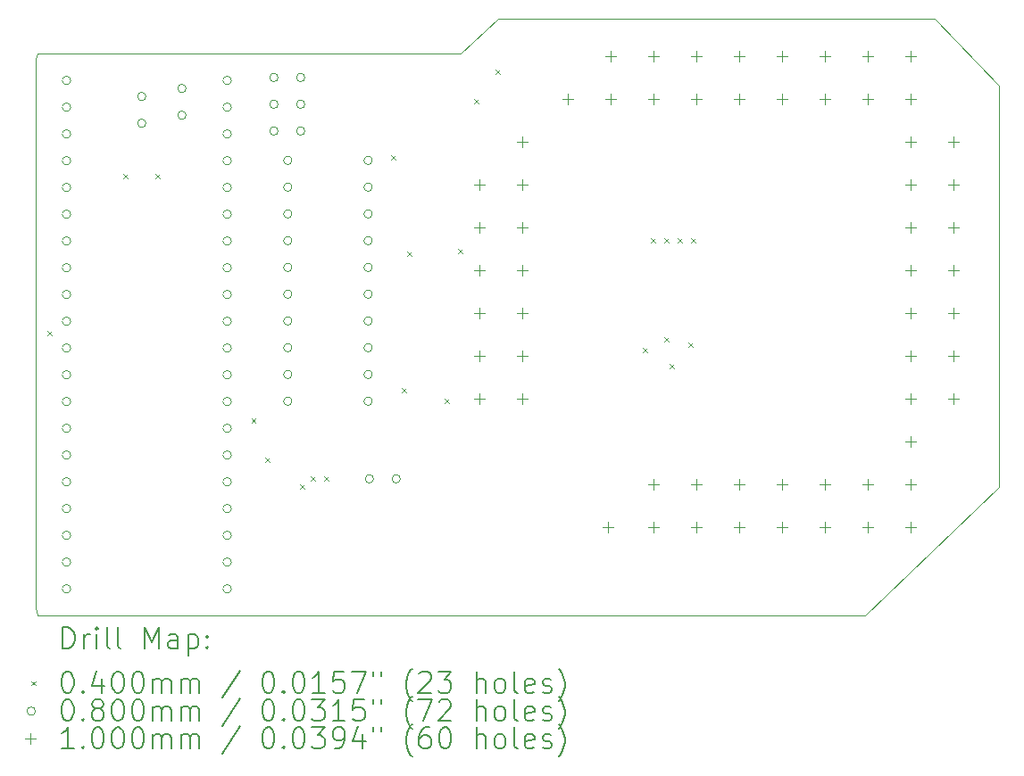
<source format=gbr>
%FSLAX45Y45*%
G04 Gerber Fmt 4.5, Leading zero omitted, Abs format (unit mm)*
G04 Created by KiCad (PCBNEW (6.0.0)) date 2023-01-29 20:42:13*
%MOMM*%
%LPD*%
G01*
G04 APERTURE LIST*
%TA.AperFunction,Profile*%
%ADD10C,0.100000*%
%TD*%
%ADD11C,0.200000*%
%ADD12C,0.040000*%
%ADD13C,0.080000*%
%ADD14C,0.100000*%
G04 APERTURE END LIST*
D10*
X11734800Y-9931400D02*
X11722100Y-9855200D01*
X12014200Y-9931400D02*
X11734800Y-9931400D01*
X11722100Y-4648200D02*
X11722100Y-8140700D01*
X13309600Y-4597400D02*
X11963400Y-4597400D01*
X20853400Y-4902200D02*
X20853400Y-8712200D01*
X11734800Y-4597400D02*
X11722100Y-4648200D01*
X20243800Y-4267200D02*
X20853400Y-4902200D01*
X11963400Y-4597400D02*
X11734800Y-4597400D01*
X20853400Y-8712200D02*
X19583400Y-9931400D01*
X18846800Y-4267200D02*
X16103600Y-4267200D01*
X15748000Y-4597400D02*
X13309600Y-4597400D01*
X19583400Y-9931400D02*
X12014200Y-9931400D01*
X18846800Y-4267200D02*
X20243800Y-4267200D01*
X11722100Y-8140700D02*
X11722100Y-9855200D01*
X16103600Y-4267200D02*
X15748000Y-4597400D01*
D11*
D12*
X11829199Y-7231601D02*
X11869199Y-7271601D01*
X11869199Y-7231601D02*
X11829199Y-7271601D01*
X12553000Y-5745800D02*
X12593000Y-5785800D01*
X12593000Y-5745800D02*
X12553000Y-5785800D01*
X12857800Y-5745800D02*
X12897800Y-5785800D01*
X12897800Y-5745800D02*
X12857800Y-5785800D01*
X13765886Y-8063514D02*
X13805886Y-8103514D01*
X13805886Y-8063514D02*
X13765886Y-8103514D01*
X13899200Y-8438200D02*
X13939200Y-8478200D01*
X13939200Y-8438200D02*
X13899200Y-8478200D01*
X14229400Y-8692200D02*
X14269400Y-8732200D01*
X14269400Y-8692200D02*
X14229400Y-8732200D01*
X14331000Y-8616000D02*
X14371000Y-8656000D01*
X14371000Y-8616000D02*
X14331000Y-8656000D01*
X14458000Y-8616000D02*
X14498000Y-8656000D01*
X14498000Y-8616000D02*
X14458000Y-8656000D01*
X15093000Y-5568000D02*
X15133000Y-5608000D01*
X15133000Y-5568000D02*
X15093000Y-5608000D01*
X15194600Y-7777800D02*
X15234600Y-7817800D01*
X15234600Y-7777800D02*
X15194600Y-7817800D01*
X15245400Y-6482400D02*
X15285400Y-6522400D01*
X15285400Y-6482400D02*
X15245400Y-6522400D01*
X15601000Y-7879400D02*
X15641000Y-7919400D01*
X15641000Y-7879400D02*
X15601000Y-7919400D01*
X15728000Y-6457000D02*
X15768000Y-6497000D01*
X15768000Y-6457000D02*
X15728000Y-6497000D01*
X15880400Y-5034600D02*
X15920400Y-5074600D01*
X15920400Y-5034600D02*
X15880400Y-5074600D01*
X16083600Y-4755200D02*
X16123600Y-4795200D01*
X16123600Y-4755200D02*
X16083600Y-4795200D01*
X17480600Y-7396800D02*
X17520600Y-7436800D01*
X17520600Y-7396800D02*
X17480600Y-7436800D01*
X17556800Y-6355400D02*
X17596800Y-6395400D01*
X17596800Y-6355400D02*
X17556800Y-6395400D01*
X17683800Y-6355400D02*
X17723800Y-6395400D01*
X17723800Y-6355400D02*
X17683800Y-6395400D01*
X17683800Y-7295200D02*
X17723800Y-7335200D01*
X17723800Y-7295200D02*
X17683800Y-7335200D01*
X17734600Y-7549200D02*
X17774600Y-7589200D01*
X17774600Y-7549200D02*
X17734600Y-7589200D01*
X17810800Y-6355400D02*
X17850800Y-6395400D01*
X17850800Y-6355400D02*
X17810800Y-6395400D01*
X17912400Y-7346000D02*
X17952400Y-7386000D01*
X17952400Y-7346000D02*
X17912400Y-7386000D01*
X17937800Y-6355400D02*
X17977800Y-6395400D01*
X17977800Y-6355400D02*
X17937800Y-6395400D01*
D13*
X12051600Y-4853150D02*
G75*
G03*
X12051600Y-4853150I-40000J0D01*
G01*
X12051600Y-5107150D02*
G75*
G03*
X12051600Y-5107150I-40000J0D01*
G01*
X12051600Y-5361150D02*
G75*
G03*
X12051600Y-5361150I-40000J0D01*
G01*
X12051600Y-5615150D02*
G75*
G03*
X12051600Y-5615150I-40000J0D01*
G01*
X12051600Y-5869150D02*
G75*
G03*
X12051600Y-5869150I-40000J0D01*
G01*
X12051600Y-6123150D02*
G75*
G03*
X12051600Y-6123150I-40000J0D01*
G01*
X12051600Y-6377150D02*
G75*
G03*
X12051600Y-6377150I-40000J0D01*
G01*
X12051600Y-6631150D02*
G75*
G03*
X12051600Y-6631150I-40000J0D01*
G01*
X12051600Y-6885150D02*
G75*
G03*
X12051600Y-6885150I-40000J0D01*
G01*
X12051600Y-7139150D02*
G75*
G03*
X12051600Y-7139150I-40000J0D01*
G01*
X12051600Y-7393150D02*
G75*
G03*
X12051600Y-7393150I-40000J0D01*
G01*
X12051600Y-7647150D02*
G75*
G03*
X12051600Y-7647150I-40000J0D01*
G01*
X12051600Y-7901150D02*
G75*
G03*
X12051600Y-7901150I-40000J0D01*
G01*
X12051600Y-8155150D02*
G75*
G03*
X12051600Y-8155150I-40000J0D01*
G01*
X12051600Y-8409150D02*
G75*
G03*
X12051600Y-8409150I-40000J0D01*
G01*
X12051600Y-8663150D02*
G75*
G03*
X12051600Y-8663150I-40000J0D01*
G01*
X12051600Y-8917150D02*
G75*
G03*
X12051600Y-8917150I-40000J0D01*
G01*
X12051600Y-9171150D02*
G75*
G03*
X12051600Y-9171150I-40000J0D01*
G01*
X12051600Y-9425150D02*
G75*
G03*
X12051600Y-9425150I-40000J0D01*
G01*
X12051600Y-9679150D02*
G75*
G03*
X12051600Y-9679150I-40000J0D01*
G01*
X12765400Y-5006700D02*
G75*
G03*
X12765400Y-5006700I-40000J0D01*
G01*
X12765400Y-5260700D02*
G75*
G03*
X12765400Y-5260700I-40000J0D01*
G01*
X13146400Y-4930500D02*
G75*
G03*
X13146400Y-4930500I-40000J0D01*
G01*
X13146400Y-5184500D02*
G75*
G03*
X13146400Y-5184500I-40000J0D01*
G01*
X13575600Y-4853150D02*
G75*
G03*
X13575600Y-4853150I-40000J0D01*
G01*
X13575600Y-5107150D02*
G75*
G03*
X13575600Y-5107150I-40000J0D01*
G01*
X13575600Y-5361150D02*
G75*
G03*
X13575600Y-5361150I-40000J0D01*
G01*
X13575600Y-5615150D02*
G75*
G03*
X13575600Y-5615150I-40000J0D01*
G01*
X13575600Y-5869150D02*
G75*
G03*
X13575600Y-5869150I-40000J0D01*
G01*
X13575600Y-6123150D02*
G75*
G03*
X13575600Y-6123150I-40000J0D01*
G01*
X13575600Y-6377150D02*
G75*
G03*
X13575600Y-6377150I-40000J0D01*
G01*
X13575600Y-6631150D02*
G75*
G03*
X13575600Y-6631150I-40000J0D01*
G01*
X13575600Y-6885150D02*
G75*
G03*
X13575600Y-6885150I-40000J0D01*
G01*
X13575600Y-7139150D02*
G75*
G03*
X13575600Y-7139150I-40000J0D01*
G01*
X13575600Y-7393150D02*
G75*
G03*
X13575600Y-7393150I-40000J0D01*
G01*
X13575600Y-7647150D02*
G75*
G03*
X13575600Y-7647150I-40000J0D01*
G01*
X13575600Y-7901150D02*
G75*
G03*
X13575600Y-7901150I-40000J0D01*
G01*
X13575600Y-8155150D02*
G75*
G03*
X13575600Y-8155150I-40000J0D01*
G01*
X13575600Y-8409150D02*
G75*
G03*
X13575600Y-8409150I-40000J0D01*
G01*
X13575600Y-8663150D02*
G75*
G03*
X13575600Y-8663150I-40000J0D01*
G01*
X13575600Y-8917150D02*
G75*
G03*
X13575600Y-8917150I-40000J0D01*
G01*
X13575600Y-9171150D02*
G75*
G03*
X13575600Y-9171150I-40000J0D01*
G01*
X13575600Y-9425150D02*
G75*
G03*
X13575600Y-9425150I-40000J0D01*
G01*
X13575600Y-9679150D02*
G75*
G03*
X13575600Y-9679150I-40000J0D01*
G01*
X14018581Y-4826000D02*
G75*
G03*
X14018581Y-4826000I-40000J0D01*
G01*
X14018581Y-5080000D02*
G75*
G03*
X14018581Y-5080000I-40000J0D01*
G01*
X14018581Y-5334000D02*
G75*
G03*
X14018581Y-5334000I-40000J0D01*
G01*
X14150200Y-5613400D02*
G75*
G03*
X14150200Y-5613400I-40000J0D01*
G01*
X14150200Y-5867400D02*
G75*
G03*
X14150200Y-5867400I-40000J0D01*
G01*
X14150200Y-6121400D02*
G75*
G03*
X14150200Y-6121400I-40000J0D01*
G01*
X14150200Y-6375400D02*
G75*
G03*
X14150200Y-6375400I-40000J0D01*
G01*
X14150200Y-6629400D02*
G75*
G03*
X14150200Y-6629400I-40000J0D01*
G01*
X14150200Y-6883400D02*
G75*
G03*
X14150200Y-6883400I-40000J0D01*
G01*
X14150200Y-7137400D02*
G75*
G03*
X14150200Y-7137400I-40000J0D01*
G01*
X14150200Y-7391400D02*
G75*
G03*
X14150200Y-7391400I-40000J0D01*
G01*
X14150200Y-7645400D02*
G75*
G03*
X14150200Y-7645400I-40000J0D01*
G01*
X14150200Y-7899400D02*
G75*
G03*
X14150200Y-7899400I-40000J0D01*
G01*
X14272581Y-4826000D02*
G75*
G03*
X14272581Y-4826000I-40000J0D01*
G01*
X14272581Y-5080000D02*
G75*
G03*
X14272581Y-5080000I-40000J0D01*
G01*
X14272581Y-5334000D02*
G75*
G03*
X14272581Y-5334000I-40000J0D01*
G01*
X14912200Y-5613400D02*
G75*
G03*
X14912200Y-5613400I-40000J0D01*
G01*
X14912200Y-5867400D02*
G75*
G03*
X14912200Y-5867400I-40000J0D01*
G01*
X14912200Y-6121400D02*
G75*
G03*
X14912200Y-6121400I-40000J0D01*
G01*
X14912200Y-6375400D02*
G75*
G03*
X14912200Y-6375400I-40000J0D01*
G01*
X14912200Y-6629400D02*
G75*
G03*
X14912200Y-6629400I-40000J0D01*
G01*
X14912200Y-6883400D02*
G75*
G03*
X14912200Y-6883400I-40000J0D01*
G01*
X14912200Y-7137400D02*
G75*
G03*
X14912200Y-7137400I-40000J0D01*
G01*
X14912200Y-7391400D02*
G75*
G03*
X14912200Y-7391400I-40000J0D01*
G01*
X14912200Y-7645400D02*
G75*
G03*
X14912200Y-7645400I-40000J0D01*
G01*
X14912200Y-7899400D02*
G75*
G03*
X14912200Y-7899400I-40000J0D01*
G01*
X14924400Y-8636000D02*
G75*
G03*
X14924400Y-8636000I-40000J0D01*
G01*
X15178400Y-8636000D02*
G75*
G03*
X15178400Y-8636000I-40000J0D01*
G01*
D14*
X15925800Y-5792000D02*
X15925800Y-5892000D01*
X15875800Y-5842000D02*
X15975800Y-5842000D01*
X15925800Y-6198400D02*
X15925800Y-6298400D01*
X15875800Y-6248400D02*
X15975800Y-6248400D01*
X15925800Y-6604800D02*
X15925800Y-6704800D01*
X15875800Y-6654800D02*
X15975800Y-6654800D01*
X15925800Y-7011200D02*
X15925800Y-7111200D01*
X15875800Y-7061200D02*
X15975800Y-7061200D01*
X15925800Y-7417600D02*
X15925800Y-7517600D01*
X15875800Y-7467600D02*
X15975800Y-7467600D01*
X15925800Y-7824000D02*
X15925800Y-7924000D01*
X15875800Y-7874000D02*
X15975800Y-7874000D01*
X16332200Y-5385600D02*
X16332200Y-5485600D01*
X16282200Y-5435600D02*
X16382200Y-5435600D01*
X16332200Y-5792000D02*
X16332200Y-5892000D01*
X16282200Y-5842000D02*
X16382200Y-5842000D01*
X16332200Y-6198400D02*
X16332200Y-6298400D01*
X16282200Y-6248400D02*
X16382200Y-6248400D01*
X16332200Y-6604800D02*
X16332200Y-6704800D01*
X16282200Y-6654800D02*
X16382200Y-6654800D01*
X16332200Y-7011200D02*
X16332200Y-7111200D01*
X16282200Y-7061200D02*
X16382200Y-7061200D01*
X16332200Y-7417600D02*
X16332200Y-7517600D01*
X16282200Y-7467600D02*
X16382200Y-7467600D01*
X16332200Y-7824000D02*
X16332200Y-7924000D01*
X16282200Y-7874000D02*
X16382200Y-7874000D01*
X16764000Y-4979200D02*
X16764000Y-5079200D01*
X16714000Y-5029200D02*
X16814000Y-5029200D01*
X17145000Y-9043200D02*
X17145000Y-9143200D01*
X17095000Y-9093200D02*
X17195000Y-9093200D01*
X17170400Y-4572800D02*
X17170400Y-4672800D01*
X17120400Y-4622800D02*
X17220400Y-4622800D01*
X17170400Y-4979200D02*
X17170400Y-5079200D01*
X17120400Y-5029200D02*
X17220400Y-5029200D01*
X17576800Y-4572800D02*
X17576800Y-4672800D01*
X17526800Y-4622800D02*
X17626800Y-4622800D01*
X17576800Y-4979200D02*
X17576800Y-5079200D01*
X17526800Y-5029200D02*
X17626800Y-5029200D01*
X17576800Y-8636800D02*
X17576800Y-8736800D01*
X17526800Y-8686800D02*
X17626800Y-8686800D01*
X17576800Y-9043200D02*
X17576800Y-9143200D01*
X17526800Y-9093200D02*
X17626800Y-9093200D01*
X17983200Y-4572800D02*
X17983200Y-4672800D01*
X17933200Y-4622800D02*
X18033200Y-4622800D01*
X17983200Y-4979200D02*
X17983200Y-5079200D01*
X17933200Y-5029200D02*
X18033200Y-5029200D01*
X17983200Y-8636800D02*
X17983200Y-8736800D01*
X17933200Y-8686800D02*
X18033200Y-8686800D01*
X17983200Y-9043200D02*
X17983200Y-9143200D01*
X17933200Y-9093200D02*
X18033200Y-9093200D01*
X18389600Y-4572800D02*
X18389600Y-4672800D01*
X18339600Y-4622800D02*
X18439600Y-4622800D01*
X18389600Y-4979200D02*
X18389600Y-5079200D01*
X18339600Y-5029200D02*
X18439600Y-5029200D01*
X18389600Y-8636800D02*
X18389600Y-8736800D01*
X18339600Y-8686800D02*
X18439600Y-8686800D01*
X18389600Y-9043200D02*
X18389600Y-9143200D01*
X18339600Y-9093200D02*
X18439600Y-9093200D01*
X18796000Y-4572800D02*
X18796000Y-4672800D01*
X18746000Y-4622800D02*
X18846000Y-4622800D01*
X18796000Y-4979200D02*
X18796000Y-5079200D01*
X18746000Y-5029200D02*
X18846000Y-5029200D01*
X18796000Y-8636800D02*
X18796000Y-8736800D01*
X18746000Y-8686800D02*
X18846000Y-8686800D01*
X18796000Y-9043200D02*
X18796000Y-9143200D01*
X18746000Y-9093200D02*
X18846000Y-9093200D01*
X19202400Y-4572800D02*
X19202400Y-4672800D01*
X19152400Y-4622800D02*
X19252400Y-4622800D01*
X19202400Y-4979200D02*
X19202400Y-5079200D01*
X19152400Y-5029200D02*
X19252400Y-5029200D01*
X19202400Y-8636800D02*
X19202400Y-8736800D01*
X19152400Y-8686800D02*
X19252400Y-8686800D01*
X19202400Y-9043200D02*
X19202400Y-9143200D01*
X19152400Y-9093200D02*
X19252400Y-9093200D01*
X19608800Y-4572800D02*
X19608800Y-4672800D01*
X19558800Y-4622800D02*
X19658800Y-4622800D01*
X19608800Y-4979200D02*
X19608800Y-5079200D01*
X19558800Y-5029200D02*
X19658800Y-5029200D01*
X19608800Y-8636800D02*
X19608800Y-8736800D01*
X19558800Y-8686800D02*
X19658800Y-8686800D01*
X19608800Y-9043200D02*
X19608800Y-9143200D01*
X19558800Y-9093200D02*
X19658800Y-9093200D01*
X20015200Y-4572800D02*
X20015200Y-4672800D01*
X19965200Y-4622800D02*
X20065200Y-4622800D01*
X20015200Y-4979200D02*
X20015200Y-5079200D01*
X19965200Y-5029200D02*
X20065200Y-5029200D01*
X20015200Y-5385600D02*
X20015200Y-5485600D01*
X19965200Y-5435600D02*
X20065200Y-5435600D01*
X20015200Y-5792000D02*
X20015200Y-5892000D01*
X19965200Y-5842000D02*
X20065200Y-5842000D01*
X20015200Y-6198400D02*
X20015200Y-6298400D01*
X19965200Y-6248400D02*
X20065200Y-6248400D01*
X20015200Y-6604800D02*
X20015200Y-6704800D01*
X19965200Y-6654800D02*
X20065200Y-6654800D01*
X20015200Y-7011200D02*
X20015200Y-7111200D01*
X19965200Y-7061200D02*
X20065200Y-7061200D01*
X20015200Y-7417600D02*
X20015200Y-7517600D01*
X19965200Y-7467600D02*
X20065200Y-7467600D01*
X20015200Y-7824000D02*
X20015200Y-7924000D01*
X19965200Y-7874000D02*
X20065200Y-7874000D01*
X20015200Y-8230400D02*
X20015200Y-8330400D01*
X19965200Y-8280400D02*
X20065200Y-8280400D01*
X20015200Y-8636800D02*
X20015200Y-8736800D01*
X19965200Y-8686800D02*
X20065200Y-8686800D01*
X20015200Y-9043200D02*
X20015200Y-9143200D01*
X19965200Y-9093200D02*
X20065200Y-9093200D01*
X20421600Y-5385600D02*
X20421600Y-5485600D01*
X20371600Y-5435600D02*
X20471600Y-5435600D01*
X20421600Y-5792000D02*
X20421600Y-5892000D01*
X20371600Y-5842000D02*
X20471600Y-5842000D01*
X20421600Y-6198400D02*
X20421600Y-6298400D01*
X20371600Y-6248400D02*
X20471600Y-6248400D01*
X20421600Y-6604800D02*
X20421600Y-6704800D01*
X20371600Y-6654800D02*
X20471600Y-6654800D01*
X20421600Y-7011200D02*
X20421600Y-7111200D01*
X20371600Y-7061200D02*
X20471600Y-7061200D01*
X20421600Y-7417600D02*
X20421600Y-7517600D01*
X20371600Y-7467600D02*
X20471600Y-7467600D01*
X20421600Y-7824000D02*
X20421600Y-7924000D01*
X20371600Y-7874000D02*
X20471600Y-7874000D01*
D11*
X11974719Y-10246876D02*
X11974719Y-10046876D01*
X12022338Y-10046876D01*
X12050909Y-10056400D01*
X12069957Y-10075448D01*
X12079481Y-10094495D01*
X12089005Y-10132590D01*
X12089005Y-10161162D01*
X12079481Y-10199257D01*
X12069957Y-10218305D01*
X12050909Y-10237352D01*
X12022338Y-10246876D01*
X11974719Y-10246876D01*
X12174719Y-10246876D02*
X12174719Y-10113543D01*
X12174719Y-10151638D02*
X12184243Y-10132590D01*
X12193767Y-10123067D01*
X12212814Y-10113543D01*
X12231862Y-10113543D01*
X12298528Y-10246876D02*
X12298528Y-10113543D01*
X12298528Y-10046876D02*
X12289005Y-10056400D01*
X12298528Y-10065924D01*
X12308052Y-10056400D01*
X12298528Y-10046876D01*
X12298528Y-10065924D01*
X12422338Y-10246876D02*
X12403290Y-10237352D01*
X12393767Y-10218305D01*
X12393767Y-10046876D01*
X12527100Y-10246876D02*
X12508052Y-10237352D01*
X12498528Y-10218305D01*
X12498528Y-10046876D01*
X12755671Y-10246876D02*
X12755671Y-10046876D01*
X12822338Y-10189733D01*
X12889005Y-10046876D01*
X12889005Y-10246876D01*
X13069957Y-10246876D02*
X13069957Y-10142114D01*
X13060433Y-10123067D01*
X13041386Y-10113543D01*
X13003290Y-10113543D01*
X12984243Y-10123067D01*
X13069957Y-10237352D02*
X13050909Y-10246876D01*
X13003290Y-10246876D01*
X12984243Y-10237352D01*
X12974719Y-10218305D01*
X12974719Y-10199257D01*
X12984243Y-10180210D01*
X13003290Y-10170686D01*
X13050909Y-10170686D01*
X13069957Y-10161162D01*
X13165195Y-10113543D02*
X13165195Y-10313543D01*
X13165195Y-10123067D02*
X13184243Y-10113543D01*
X13222338Y-10113543D01*
X13241386Y-10123067D01*
X13250909Y-10132590D01*
X13260433Y-10151638D01*
X13260433Y-10208781D01*
X13250909Y-10227829D01*
X13241386Y-10237352D01*
X13222338Y-10246876D01*
X13184243Y-10246876D01*
X13165195Y-10237352D01*
X13346148Y-10227829D02*
X13355671Y-10237352D01*
X13346148Y-10246876D01*
X13336624Y-10237352D01*
X13346148Y-10227829D01*
X13346148Y-10246876D01*
X13346148Y-10123067D02*
X13355671Y-10132590D01*
X13346148Y-10142114D01*
X13336624Y-10132590D01*
X13346148Y-10123067D01*
X13346148Y-10142114D01*
D12*
X11677100Y-10556400D02*
X11717100Y-10596400D01*
X11717100Y-10556400D02*
X11677100Y-10596400D01*
D11*
X12012814Y-10466876D02*
X12031862Y-10466876D01*
X12050909Y-10476400D01*
X12060433Y-10485924D01*
X12069957Y-10504971D01*
X12079481Y-10543067D01*
X12079481Y-10590686D01*
X12069957Y-10628781D01*
X12060433Y-10647829D01*
X12050909Y-10657352D01*
X12031862Y-10666876D01*
X12012814Y-10666876D01*
X11993767Y-10657352D01*
X11984243Y-10647829D01*
X11974719Y-10628781D01*
X11965195Y-10590686D01*
X11965195Y-10543067D01*
X11974719Y-10504971D01*
X11984243Y-10485924D01*
X11993767Y-10476400D01*
X12012814Y-10466876D01*
X12165195Y-10647829D02*
X12174719Y-10657352D01*
X12165195Y-10666876D01*
X12155671Y-10657352D01*
X12165195Y-10647829D01*
X12165195Y-10666876D01*
X12346148Y-10533543D02*
X12346148Y-10666876D01*
X12298528Y-10457352D02*
X12250909Y-10600210D01*
X12374719Y-10600210D01*
X12489005Y-10466876D02*
X12508052Y-10466876D01*
X12527100Y-10476400D01*
X12536624Y-10485924D01*
X12546148Y-10504971D01*
X12555671Y-10543067D01*
X12555671Y-10590686D01*
X12546148Y-10628781D01*
X12536624Y-10647829D01*
X12527100Y-10657352D01*
X12508052Y-10666876D01*
X12489005Y-10666876D01*
X12469957Y-10657352D01*
X12460433Y-10647829D01*
X12450909Y-10628781D01*
X12441386Y-10590686D01*
X12441386Y-10543067D01*
X12450909Y-10504971D01*
X12460433Y-10485924D01*
X12469957Y-10476400D01*
X12489005Y-10466876D01*
X12679481Y-10466876D02*
X12698528Y-10466876D01*
X12717576Y-10476400D01*
X12727100Y-10485924D01*
X12736624Y-10504971D01*
X12746148Y-10543067D01*
X12746148Y-10590686D01*
X12736624Y-10628781D01*
X12727100Y-10647829D01*
X12717576Y-10657352D01*
X12698528Y-10666876D01*
X12679481Y-10666876D01*
X12660433Y-10657352D01*
X12650909Y-10647829D01*
X12641386Y-10628781D01*
X12631862Y-10590686D01*
X12631862Y-10543067D01*
X12641386Y-10504971D01*
X12650909Y-10485924D01*
X12660433Y-10476400D01*
X12679481Y-10466876D01*
X12831862Y-10666876D02*
X12831862Y-10533543D01*
X12831862Y-10552590D02*
X12841386Y-10543067D01*
X12860433Y-10533543D01*
X12889005Y-10533543D01*
X12908052Y-10543067D01*
X12917576Y-10562114D01*
X12917576Y-10666876D01*
X12917576Y-10562114D02*
X12927100Y-10543067D01*
X12946148Y-10533543D01*
X12974719Y-10533543D01*
X12993767Y-10543067D01*
X13003290Y-10562114D01*
X13003290Y-10666876D01*
X13098528Y-10666876D02*
X13098528Y-10533543D01*
X13098528Y-10552590D02*
X13108052Y-10543067D01*
X13127100Y-10533543D01*
X13155671Y-10533543D01*
X13174719Y-10543067D01*
X13184243Y-10562114D01*
X13184243Y-10666876D01*
X13184243Y-10562114D02*
X13193767Y-10543067D01*
X13212814Y-10533543D01*
X13241386Y-10533543D01*
X13260433Y-10543067D01*
X13269957Y-10562114D01*
X13269957Y-10666876D01*
X13660433Y-10457352D02*
X13489005Y-10714495D01*
X13917576Y-10466876D02*
X13936624Y-10466876D01*
X13955671Y-10476400D01*
X13965195Y-10485924D01*
X13974719Y-10504971D01*
X13984243Y-10543067D01*
X13984243Y-10590686D01*
X13974719Y-10628781D01*
X13965195Y-10647829D01*
X13955671Y-10657352D01*
X13936624Y-10666876D01*
X13917576Y-10666876D01*
X13898528Y-10657352D01*
X13889005Y-10647829D01*
X13879481Y-10628781D01*
X13869957Y-10590686D01*
X13869957Y-10543067D01*
X13879481Y-10504971D01*
X13889005Y-10485924D01*
X13898528Y-10476400D01*
X13917576Y-10466876D01*
X14069957Y-10647829D02*
X14079481Y-10657352D01*
X14069957Y-10666876D01*
X14060433Y-10657352D01*
X14069957Y-10647829D01*
X14069957Y-10666876D01*
X14203290Y-10466876D02*
X14222338Y-10466876D01*
X14241386Y-10476400D01*
X14250909Y-10485924D01*
X14260433Y-10504971D01*
X14269957Y-10543067D01*
X14269957Y-10590686D01*
X14260433Y-10628781D01*
X14250909Y-10647829D01*
X14241386Y-10657352D01*
X14222338Y-10666876D01*
X14203290Y-10666876D01*
X14184243Y-10657352D01*
X14174719Y-10647829D01*
X14165195Y-10628781D01*
X14155671Y-10590686D01*
X14155671Y-10543067D01*
X14165195Y-10504971D01*
X14174719Y-10485924D01*
X14184243Y-10476400D01*
X14203290Y-10466876D01*
X14460433Y-10666876D02*
X14346148Y-10666876D01*
X14403290Y-10666876D02*
X14403290Y-10466876D01*
X14384243Y-10495448D01*
X14365195Y-10514495D01*
X14346148Y-10524019D01*
X14641386Y-10466876D02*
X14546148Y-10466876D01*
X14536624Y-10562114D01*
X14546148Y-10552590D01*
X14565195Y-10543067D01*
X14612814Y-10543067D01*
X14631862Y-10552590D01*
X14641386Y-10562114D01*
X14650909Y-10581162D01*
X14650909Y-10628781D01*
X14641386Y-10647829D01*
X14631862Y-10657352D01*
X14612814Y-10666876D01*
X14565195Y-10666876D01*
X14546148Y-10657352D01*
X14536624Y-10647829D01*
X14717576Y-10466876D02*
X14850909Y-10466876D01*
X14765195Y-10666876D01*
X14917576Y-10466876D02*
X14917576Y-10504971D01*
X14993767Y-10466876D02*
X14993767Y-10504971D01*
X15289005Y-10743067D02*
X15279481Y-10733543D01*
X15260433Y-10704971D01*
X15250909Y-10685924D01*
X15241386Y-10657352D01*
X15231862Y-10609733D01*
X15231862Y-10571638D01*
X15241386Y-10524019D01*
X15250909Y-10495448D01*
X15260433Y-10476400D01*
X15279481Y-10447829D01*
X15289005Y-10438305D01*
X15355671Y-10485924D02*
X15365195Y-10476400D01*
X15384243Y-10466876D01*
X15431862Y-10466876D01*
X15450909Y-10476400D01*
X15460433Y-10485924D01*
X15469957Y-10504971D01*
X15469957Y-10524019D01*
X15460433Y-10552590D01*
X15346148Y-10666876D01*
X15469957Y-10666876D01*
X15536624Y-10466876D02*
X15660433Y-10466876D01*
X15593767Y-10543067D01*
X15622338Y-10543067D01*
X15641386Y-10552590D01*
X15650909Y-10562114D01*
X15660433Y-10581162D01*
X15660433Y-10628781D01*
X15650909Y-10647829D01*
X15641386Y-10657352D01*
X15622338Y-10666876D01*
X15565195Y-10666876D01*
X15546148Y-10657352D01*
X15536624Y-10647829D01*
X15898528Y-10666876D02*
X15898528Y-10466876D01*
X15984243Y-10666876D02*
X15984243Y-10562114D01*
X15974719Y-10543067D01*
X15955671Y-10533543D01*
X15927100Y-10533543D01*
X15908052Y-10543067D01*
X15898528Y-10552590D01*
X16108052Y-10666876D02*
X16089005Y-10657352D01*
X16079481Y-10647829D01*
X16069957Y-10628781D01*
X16069957Y-10571638D01*
X16079481Y-10552590D01*
X16089005Y-10543067D01*
X16108052Y-10533543D01*
X16136624Y-10533543D01*
X16155671Y-10543067D01*
X16165195Y-10552590D01*
X16174719Y-10571638D01*
X16174719Y-10628781D01*
X16165195Y-10647829D01*
X16155671Y-10657352D01*
X16136624Y-10666876D01*
X16108052Y-10666876D01*
X16289005Y-10666876D02*
X16269957Y-10657352D01*
X16260433Y-10638305D01*
X16260433Y-10466876D01*
X16441386Y-10657352D02*
X16422338Y-10666876D01*
X16384243Y-10666876D01*
X16365195Y-10657352D01*
X16355671Y-10638305D01*
X16355671Y-10562114D01*
X16365195Y-10543067D01*
X16384243Y-10533543D01*
X16422338Y-10533543D01*
X16441386Y-10543067D01*
X16450909Y-10562114D01*
X16450909Y-10581162D01*
X16355671Y-10600210D01*
X16527100Y-10657352D02*
X16546148Y-10666876D01*
X16584243Y-10666876D01*
X16603290Y-10657352D01*
X16612814Y-10638305D01*
X16612814Y-10628781D01*
X16603290Y-10609733D01*
X16584243Y-10600210D01*
X16555671Y-10600210D01*
X16536624Y-10590686D01*
X16527100Y-10571638D01*
X16527100Y-10562114D01*
X16536624Y-10543067D01*
X16555671Y-10533543D01*
X16584243Y-10533543D01*
X16603290Y-10543067D01*
X16679481Y-10743067D02*
X16689005Y-10733543D01*
X16708052Y-10704971D01*
X16717576Y-10685924D01*
X16727100Y-10657352D01*
X16736624Y-10609733D01*
X16736624Y-10571638D01*
X16727100Y-10524019D01*
X16717576Y-10495448D01*
X16708052Y-10476400D01*
X16689005Y-10447829D01*
X16679481Y-10438305D01*
D13*
X11717100Y-10840400D02*
G75*
G03*
X11717100Y-10840400I-40000J0D01*
G01*
D11*
X12012814Y-10730876D02*
X12031862Y-10730876D01*
X12050909Y-10740400D01*
X12060433Y-10749924D01*
X12069957Y-10768971D01*
X12079481Y-10807067D01*
X12079481Y-10854686D01*
X12069957Y-10892781D01*
X12060433Y-10911829D01*
X12050909Y-10921352D01*
X12031862Y-10930876D01*
X12012814Y-10930876D01*
X11993767Y-10921352D01*
X11984243Y-10911829D01*
X11974719Y-10892781D01*
X11965195Y-10854686D01*
X11965195Y-10807067D01*
X11974719Y-10768971D01*
X11984243Y-10749924D01*
X11993767Y-10740400D01*
X12012814Y-10730876D01*
X12165195Y-10911829D02*
X12174719Y-10921352D01*
X12165195Y-10930876D01*
X12155671Y-10921352D01*
X12165195Y-10911829D01*
X12165195Y-10930876D01*
X12289005Y-10816590D02*
X12269957Y-10807067D01*
X12260433Y-10797543D01*
X12250909Y-10778495D01*
X12250909Y-10768971D01*
X12260433Y-10749924D01*
X12269957Y-10740400D01*
X12289005Y-10730876D01*
X12327100Y-10730876D01*
X12346148Y-10740400D01*
X12355671Y-10749924D01*
X12365195Y-10768971D01*
X12365195Y-10778495D01*
X12355671Y-10797543D01*
X12346148Y-10807067D01*
X12327100Y-10816590D01*
X12289005Y-10816590D01*
X12269957Y-10826114D01*
X12260433Y-10835638D01*
X12250909Y-10854686D01*
X12250909Y-10892781D01*
X12260433Y-10911829D01*
X12269957Y-10921352D01*
X12289005Y-10930876D01*
X12327100Y-10930876D01*
X12346148Y-10921352D01*
X12355671Y-10911829D01*
X12365195Y-10892781D01*
X12365195Y-10854686D01*
X12355671Y-10835638D01*
X12346148Y-10826114D01*
X12327100Y-10816590D01*
X12489005Y-10730876D02*
X12508052Y-10730876D01*
X12527100Y-10740400D01*
X12536624Y-10749924D01*
X12546148Y-10768971D01*
X12555671Y-10807067D01*
X12555671Y-10854686D01*
X12546148Y-10892781D01*
X12536624Y-10911829D01*
X12527100Y-10921352D01*
X12508052Y-10930876D01*
X12489005Y-10930876D01*
X12469957Y-10921352D01*
X12460433Y-10911829D01*
X12450909Y-10892781D01*
X12441386Y-10854686D01*
X12441386Y-10807067D01*
X12450909Y-10768971D01*
X12460433Y-10749924D01*
X12469957Y-10740400D01*
X12489005Y-10730876D01*
X12679481Y-10730876D02*
X12698528Y-10730876D01*
X12717576Y-10740400D01*
X12727100Y-10749924D01*
X12736624Y-10768971D01*
X12746148Y-10807067D01*
X12746148Y-10854686D01*
X12736624Y-10892781D01*
X12727100Y-10911829D01*
X12717576Y-10921352D01*
X12698528Y-10930876D01*
X12679481Y-10930876D01*
X12660433Y-10921352D01*
X12650909Y-10911829D01*
X12641386Y-10892781D01*
X12631862Y-10854686D01*
X12631862Y-10807067D01*
X12641386Y-10768971D01*
X12650909Y-10749924D01*
X12660433Y-10740400D01*
X12679481Y-10730876D01*
X12831862Y-10930876D02*
X12831862Y-10797543D01*
X12831862Y-10816590D02*
X12841386Y-10807067D01*
X12860433Y-10797543D01*
X12889005Y-10797543D01*
X12908052Y-10807067D01*
X12917576Y-10826114D01*
X12917576Y-10930876D01*
X12917576Y-10826114D02*
X12927100Y-10807067D01*
X12946148Y-10797543D01*
X12974719Y-10797543D01*
X12993767Y-10807067D01*
X13003290Y-10826114D01*
X13003290Y-10930876D01*
X13098528Y-10930876D02*
X13098528Y-10797543D01*
X13098528Y-10816590D02*
X13108052Y-10807067D01*
X13127100Y-10797543D01*
X13155671Y-10797543D01*
X13174719Y-10807067D01*
X13184243Y-10826114D01*
X13184243Y-10930876D01*
X13184243Y-10826114D02*
X13193767Y-10807067D01*
X13212814Y-10797543D01*
X13241386Y-10797543D01*
X13260433Y-10807067D01*
X13269957Y-10826114D01*
X13269957Y-10930876D01*
X13660433Y-10721352D02*
X13489005Y-10978495D01*
X13917576Y-10730876D02*
X13936624Y-10730876D01*
X13955671Y-10740400D01*
X13965195Y-10749924D01*
X13974719Y-10768971D01*
X13984243Y-10807067D01*
X13984243Y-10854686D01*
X13974719Y-10892781D01*
X13965195Y-10911829D01*
X13955671Y-10921352D01*
X13936624Y-10930876D01*
X13917576Y-10930876D01*
X13898528Y-10921352D01*
X13889005Y-10911829D01*
X13879481Y-10892781D01*
X13869957Y-10854686D01*
X13869957Y-10807067D01*
X13879481Y-10768971D01*
X13889005Y-10749924D01*
X13898528Y-10740400D01*
X13917576Y-10730876D01*
X14069957Y-10911829D02*
X14079481Y-10921352D01*
X14069957Y-10930876D01*
X14060433Y-10921352D01*
X14069957Y-10911829D01*
X14069957Y-10930876D01*
X14203290Y-10730876D02*
X14222338Y-10730876D01*
X14241386Y-10740400D01*
X14250909Y-10749924D01*
X14260433Y-10768971D01*
X14269957Y-10807067D01*
X14269957Y-10854686D01*
X14260433Y-10892781D01*
X14250909Y-10911829D01*
X14241386Y-10921352D01*
X14222338Y-10930876D01*
X14203290Y-10930876D01*
X14184243Y-10921352D01*
X14174719Y-10911829D01*
X14165195Y-10892781D01*
X14155671Y-10854686D01*
X14155671Y-10807067D01*
X14165195Y-10768971D01*
X14174719Y-10749924D01*
X14184243Y-10740400D01*
X14203290Y-10730876D01*
X14336624Y-10730876D02*
X14460433Y-10730876D01*
X14393767Y-10807067D01*
X14422338Y-10807067D01*
X14441386Y-10816590D01*
X14450909Y-10826114D01*
X14460433Y-10845162D01*
X14460433Y-10892781D01*
X14450909Y-10911829D01*
X14441386Y-10921352D01*
X14422338Y-10930876D01*
X14365195Y-10930876D01*
X14346148Y-10921352D01*
X14336624Y-10911829D01*
X14650909Y-10930876D02*
X14536624Y-10930876D01*
X14593767Y-10930876D02*
X14593767Y-10730876D01*
X14574719Y-10759448D01*
X14555671Y-10778495D01*
X14536624Y-10788019D01*
X14831862Y-10730876D02*
X14736624Y-10730876D01*
X14727100Y-10826114D01*
X14736624Y-10816590D01*
X14755671Y-10807067D01*
X14803290Y-10807067D01*
X14822338Y-10816590D01*
X14831862Y-10826114D01*
X14841386Y-10845162D01*
X14841386Y-10892781D01*
X14831862Y-10911829D01*
X14822338Y-10921352D01*
X14803290Y-10930876D01*
X14755671Y-10930876D01*
X14736624Y-10921352D01*
X14727100Y-10911829D01*
X14917576Y-10730876D02*
X14917576Y-10768971D01*
X14993767Y-10730876D02*
X14993767Y-10768971D01*
X15289005Y-11007067D02*
X15279481Y-10997543D01*
X15260433Y-10968971D01*
X15250909Y-10949924D01*
X15241386Y-10921352D01*
X15231862Y-10873733D01*
X15231862Y-10835638D01*
X15241386Y-10788019D01*
X15250909Y-10759448D01*
X15260433Y-10740400D01*
X15279481Y-10711829D01*
X15289005Y-10702305D01*
X15346148Y-10730876D02*
X15479481Y-10730876D01*
X15393767Y-10930876D01*
X15546148Y-10749924D02*
X15555671Y-10740400D01*
X15574719Y-10730876D01*
X15622338Y-10730876D01*
X15641386Y-10740400D01*
X15650909Y-10749924D01*
X15660433Y-10768971D01*
X15660433Y-10788019D01*
X15650909Y-10816590D01*
X15536624Y-10930876D01*
X15660433Y-10930876D01*
X15898528Y-10930876D02*
X15898528Y-10730876D01*
X15984243Y-10930876D02*
X15984243Y-10826114D01*
X15974719Y-10807067D01*
X15955671Y-10797543D01*
X15927100Y-10797543D01*
X15908052Y-10807067D01*
X15898528Y-10816590D01*
X16108052Y-10930876D02*
X16089005Y-10921352D01*
X16079481Y-10911829D01*
X16069957Y-10892781D01*
X16069957Y-10835638D01*
X16079481Y-10816590D01*
X16089005Y-10807067D01*
X16108052Y-10797543D01*
X16136624Y-10797543D01*
X16155671Y-10807067D01*
X16165195Y-10816590D01*
X16174719Y-10835638D01*
X16174719Y-10892781D01*
X16165195Y-10911829D01*
X16155671Y-10921352D01*
X16136624Y-10930876D01*
X16108052Y-10930876D01*
X16289005Y-10930876D02*
X16269957Y-10921352D01*
X16260433Y-10902305D01*
X16260433Y-10730876D01*
X16441386Y-10921352D02*
X16422338Y-10930876D01*
X16384243Y-10930876D01*
X16365195Y-10921352D01*
X16355671Y-10902305D01*
X16355671Y-10826114D01*
X16365195Y-10807067D01*
X16384243Y-10797543D01*
X16422338Y-10797543D01*
X16441386Y-10807067D01*
X16450909Y-10826114D01*
X16450909Y-10845162D01*
X16355671Y-10864210D01*
X16527100Y-10921352D02*
X16546148Y-10930876D01*
X16584243Y-10930876D01*
X16603290Y-10921352D01*
X16612814Y-10902305D01*
X16612814Y-10892781D01*
X16603290Y-10873733D01*
X16584243Y-10864210D01*
X16555671Y-10864210D01*
X16536624Y-10854686D01*
X16527100Y-10835638D01*
X16527100Y-10826114D01*
X16536624Y-10807067D01*
X16555671Y-10797543D01*
X16584243Y-10797543D01*
X16603290Y-10807067D01*
X16679481Y-11007067D02*
X16689005Y-10997543D01*
X16708052Y-10968971D01*
X16717576Y-10949924D01*
X16727100Y-10921352D01*
X16736624Y-10873733D01*
X16736624Y-10835638D01*
X16727100Y-10788019D01*
X16717576Y-10759448D01*
X16708052Y-10740400D01*
X16689005Y-10711829D01*
X16679481Y-10702305D01*
D14*
X11667100Y-11054400D02*
X11667100Y-11154400D01*
X11617100Y-11104400D02*
X11717100Y-11104400D01*
D11*
X12079481Y-11194876D02*
X11965195Y-11194876D01*
X12022338Y-11194876D02*
X12022338Y-10994876D01*
X12003290Y-11023448D01*
X11984243Y-11042495D01*
X11965195Y-11052019D01*
X12165195Y-11175829D02*
X12174719Y-11185352D01*
X12165195Y-11194876D01*
X12155671Y-11185352D01*
X12165195Y-11175829D01*
X12165195Y-11194876D01*
X12298528Y-10994876D02*
X12317576Y-10994876D01*
X12336624Y-11004400D01*
X12346148Y-11013924D01*
X12355671Y-11032971D01*
X12365195Y-11071067D01*
X12365195Y-11118686D01*
X12355671Y-11156781D01*
X12346148Y-11175829D01*
X12336624Y-11185352D01*
X12317576Y-11194876D01*
X12298528Y-11194876D01*
X12279481Y-11185352D01*
X12269957Y-11175829D01*
X12260433Y-11156781D01*
X12250909Y-11118686D01*
X12250909Y-11071067D01*
X12260433Y-11032971D01*
X12269957Y-11013924D01*
X12279481Y-11004400D01*
X12298528Y-10994876D01*
X12489005Y-10994876D02*
X12508052Y-10994876D01*
X12527100Y-11004400D01*
X12536624Y-11013924D01*
X12546148Y-11032971D01*
X12555671Y-11071067D01*
X12555671Y-11118686D01*
X12546148Y-11156781D01*
X12536624Y-11175829D01*
X12527100Y-11185352D01*
X12508052Y-11194876D01*
X12489005Y-11194876D01*
X12469957Y-11185352D01*
X12460433Y-11175829D01*
X12450909Y-11156781D01*
X12441386Y-11118686D01*
X12441386Y-11071067D01*
X12450909Y-11032971D01*
X12460433Y-11013924D01*
X12469957Y-11004400D01*
X12489005Y-10994876D01*
X12679481Y-10994876D02*
X12698528Y-10994876D01*
X12717576Y-11004400D01*
X12727100Y-11013924D01*
X12736624Y-11032971D01*
X12746148Y-11071067D01*
X12746148Y-11118686D01*
X12736624Y-11156781D01*
X12727100Y-11175829D01*
X12717576Y-11185352D01*
X12698528Y-11194876D01*
X12679481Y-11194876D01*
X12660433Y-11185352D01*
X12650909Y-11175829D01*
X12641386Y-11156781D01*
X12631862Y-11118686D01*
X12631862Y-11071067D01*
X12641386Y-11032971D01*
X12650909Y-11013924D01*
X12660433Y-11004400D01*
X12679481Y-10994876D01*
X12831862Y-11194876D02*
X12831862Y-11061543D01*
X12831862Y-11080590D02*
X12841386Y-11071067D01*
X12860433Y-11061543D01*
X12889005Y-11061543D01*
X12908052Y-11071067D01*
X12917576Y-11090114D01*
X12917576Y-11194876D01*
X12917576Y-11090114D02*
X12927100Y-11071067D01*
X12946148Y-11061543D01*
X12974719Y-11061543D01*
X12993767Y-11071067D01*
X13003290Y-11090114D01*
X13003290Y-11194876D01*
X13098528Y-11194876D02*
X13098528Y-11061543D01*
X13098528Y-11080590D02*
X13108052Y-11071067D01*
X13127100Y-11061543D01*
X13155671Y-11061543D01*
X13174719Y-11071067D01*
X13184243Y-11090114D01*
X13184243Y-11194876D01*
X13184243Y-11090114D02*
X13193767Y-11071067D01*
X13212814Y-11061543D01*
X13241386Y-11061543D01*
X13260433Y-11071067D01*
X13269957Y-11090114D01*
X13269957Y-11194876D01*
X13660433Y-10985352D02*
X13489005Y-11242495D01*
X13917576Y-10994876D02*
X13936624Y-10994876D01*
X13955671Y-11004400D01*
X13965195Y-11013924D01*
X13974719Y-11032971D01*
X13984243Y-11071067D01*
X13984243Y-11118686D01*
X13974719Y-11156781D01*
X13965195Y-11175829D01*
X13955671Y-11185352D01*
X13936624Y-11194876D01*
X13917576Y-11194876D01*
X13898528Y-11185352D01*
X13889005Y-11175829D01*
X13879481Y-11156781D01*
X13869957Y-11118686D01*
X13869957Y-11071067D01*
X13879481Y-11032971D01*
X13889005Y-11013924D01*
X13898528Y-11004400D01*
X13917576Y-10994876D01*
X14069957Y-11175829D02*
X14079481Y-11185352D01*
X14069957Y-11194876D01*
X14060433Y-11185352D01*
X14069957Y-11175829D01*
X14069957Y-11194876D01*
X14203290Y-10994876D02*
X14222338Y-10994876D01*
X14241386Y-11004400D01*
X14250909Y-11013924D01*
X14260433Y-11032971D01*
X14269957Y-11071067D01*
X14269957Y-11118686D01*
X14260433Y-11156781D01*
X14250909Y-11175829D01*
X14241386Y-11185352D01*
X14222338Y-11194876D01*
X14203290Y-11194876D01*
X14184243Y-11185352D01*
X14174719Y-11175829D01*
X14165195Y-11156781D01*
X14155671Y-11118686D01*
X14155671Y-11071067D01*
X14165195Y-11032971D01*
X14174719Y-11013924D01*
X14184243Y-11004400D01*
X14203290Y-10994876D01*
X14336624Y-10994876D02*
X14460433Y-10994876D01*
X14393767Y-11071067D01*
X14422338Y-11071067D01*
X14441386Y-11080590D01*
X14450909Y-11090114D01*
X14460433Y-11109162D01*
X14460433Y-11156781D01*
X14450909Y-11175829D01*
X14441386Y-11185352D01*
X14422338Y-11194876D01*
X14365195Y-11194876D01*
X14346148Y-11185352D01*
X14336624Y-11175829D01*
X14555671Y-11194876D02*
X14593767Y-11194876D01*
X14612814Y-11185352D01*
X14622338Y-11175829D01*
X14641386Y-11147257D01*
X14650909Y-11109162D01*
X14650909Y-11032971D01*
X14641386Y-11013924D01*
X14631862Y-11004400D01*
X14612814Y-10994876D01*
X14574719Y-10994876D01*
X14555671Y-11004400D01*
X14546148Y-11013924D01*
X14536624Y-11032971D01*
X14536624Y-11080590D01*
X14546148Y-11099638D01*
X14555671Y-11109162D01*
X14574719Y-11118686D01*
X14612814Y-11118686D01*
X14631862Y-11109162D01*
X14641386Y-11099638D01*
X14650909Y-11080590D01*
X14822338Y-11061543D02*
X14822338Y-11194876D01*
X14774719Y-10985352D02*
X14727100Y-11128210D01*
X14850909Y-11128210D01*
X14917576Y-10994876D02*
X14917576Y-11032971D01*
X14993767Y-10994876D02*
X14993767Y-11032971D01*
X15289005Y-11271067D02*
X15279481Y-11261543D01*
X15260433Y-11232971D01*
X15250909Y-11213924D01*
X15241386Y-11185352D01*
X15231862Y-11137733D01*
X15231862Y-11099638D01*
X15241386Y-11052019D01*
X15250909Y-11023448D01*
X15260433Y-11004400D01*
X15279481Y-10975829D01*
X15289005Y-10966305D01*
X15450909Y-10994876D02*
X15412814Y-10994876D01*
X15393767Y-11004400D01*
X15384243Y-11013924D01*
X15365195Y-11042495D01*
X15355671Y-11080590D01*
X15355671Y-11156781D01*
X15365195Y-11175829D01*
X15374719Y-11185352D01*
X15393767Y-11194876D01*
X15431862Y-11194876D01*
X15450909Y-11185352D01*
X15460433Y-11175829D01*
X15469957Y-11156781D01*
X15469957Y-11109162D01*
X15460433Y-11090114D01*
X15450909Y-11080590D01*
X15431862Y-11071067D01*
X15393767Y-11071067D01*
X15374719Y-11080590D01*
X15365195Y-11090114D01*
X15355671Y-11109162D01*
X15593767Y-10994876D02*
X15612814Y-10994876D01*
X15631862Y-11004400D01*
X15641386Y-11013924D01*
X15650909Y-11032971D01*
X15660433Y-11071067D01*
X15660433Y-11118686D01*
X15650909Y-11156781D01*
X15641386Y-11175829D01*
X15631862Y-11185352D01*
X15612814Y-11194876D01*
X15593767Y-11194876D01*
X15574719Y-11185352D01*
X15565195Y-11175829D01*
X15555671Y-11156781D01*
X15546148Y-11118686D01*
X15546148Y-11071067D01*
X15555671Y-11032971D01*
X15565195Y-11013924D01*
X15574719Y-11004400D01*
X15593767Y-10994876D01*
X15898528Y-11194876D02*
X15898528Y-10994876D01*
X15984243Y-11194876D02*
X15984243Y-11090114D01*
X15974719Y-11071067D01*
X15955671Y-11061543D01*
X15927100Y-11061543D01*
X15908052Y-11071067D01*
X15898528Y-11080590D01*
X16108052Y-11194876D02*
X16089005Y-11185352D01*
X16079481Y-11175829D01*
X16069957Y-11156781D01*
X16069957Y-11099638D01*
X16079481Y-11080590D01*
X16089005Y-11071067D01*
X16108052Y-11061543D01*
X16136624Y-11061543D01*
X16155671Y-11071067D01*
X16165195Y-11080590D01*
X16174719Y-11099638D01*
X16174719Y-11156781D01*
X16165195Y-11175829D01*
X16155671Y-11185352D01*
X16136624Y-11194876D01*
X16108052Y-11194876D01*
X16289005Y-11194876D02*
X16269957Y-11185352D01*
X16260433Y-11166305D01*
X16260433Y-10994876D01*
X16441386Y-11185352D02*
X16422338Y-11194876D01*
X16384243Y-11194876D01*
X16365195Y-11185352D01*
X16355671Y-11166305D01*
X16355671Y-11090114D01*
X16365195Y-11071067D01*
X16384243Y-11061543D01*
X16422338Y-11061543D01*
X16441386Y-11071067D01*
X16450909Y-11090114D01*
X16450909Y-11109162D01*
X16355671Y-11128210D01*
X16527100Y-11185352D02*
X16546148Y-11194876D01*
X16584243Y-11194876D01*
X16603290Y-11185352D01*
X16612814Y-11166305D01*
X16612814Y-11156781D01*
X16603290Y-11137733D01*
X16584243Y-11128210D01*
X16555671Y-11128210D01*
X16536624Y-11118686D01*
X16527100Y-11099638D01*
X16527100Y-11090114D01*
X16536624Y-11071067D01*
X16555671Y-11061543D01*
X16584243Y-11061543D01*
X16603290Y-11071067D01*
X16679481Y-11271067D02*
X16689005Y-11261543D01*
X16708052Y-11232971D01*
X16717576Y-11213924D01*
X16727100Y-11185352D01*
X16736624Y-11137733D01*
X16736624Y-11099638D01*
X16727100Y-11052019D01*
X16717576Y-11023448D01*
X16708052Y-11004400D01*
X16689005Y-10975829D01*
X16679481Y-10966305D01*
M02*

</source>
